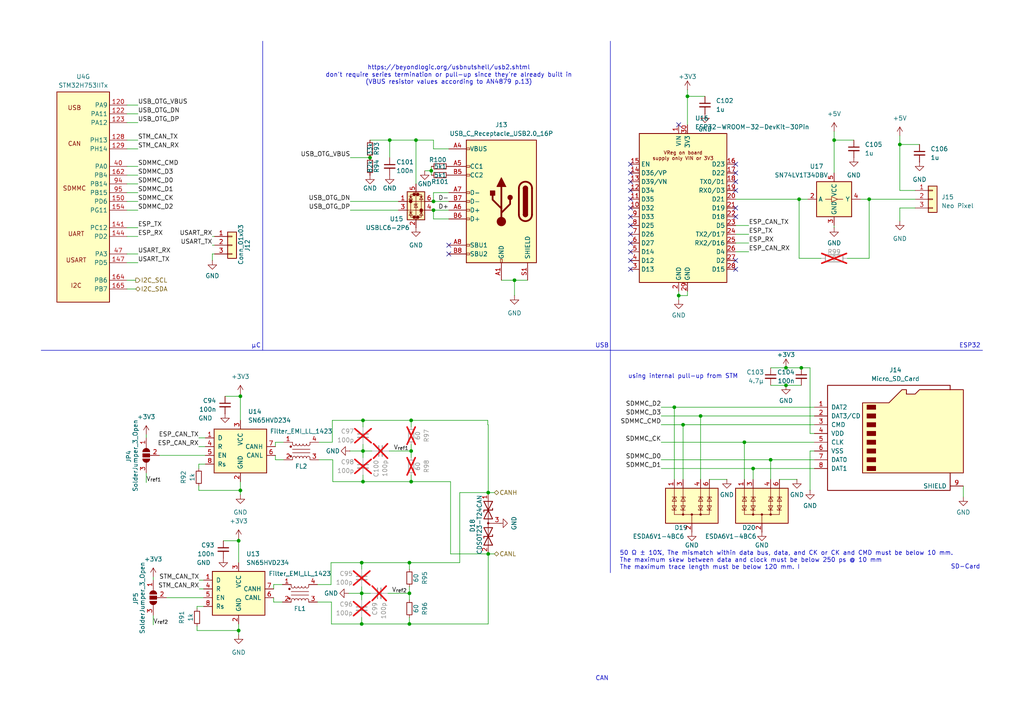
<source format=kicad_sch>
(kicad_sch
	(version 20250114)
	(generator "eeschema")
	(generator_version "9.0")
	(uuid "c61dd313-04ad-474f-9718-66b9bce07315")
	(paper "A4")
	
	(text "50 Ω ± 10%, The mismatch within data bus, data, and CK or CK and CMD must be below 10 mm.\nThe maximum skew between data and clock must be below 250 ps @ 10 mm\nThe maximum trace length must be below 120 mm. I"
		(exclude_from_sim no)
		(at 179.705 162.56 0)
		(effects
			(font
				(size 1.27 1.27)
			)
			(justify left)
		)
		(uuid "0232814d-2630-4b56-a948-0a44be293620")
	)
	(text "USB"
		(exclude_from_sim no)
		(at 174.625 100.33 0)
		(effects
			(font
				(size 1.27 1.27)
			)
		)
		(uuid "030ac795-edf5-444d-9323-762df8451be4")
	)
	(text "SD-Card"
		(exclude_from_sim no)
		(at 280.035 164.465 0)
		(effects
			(font
				(size 1.27 1.27)
			)
		)
		(uuid "05828fab-2d04-4397-b843-7a8ebdd025b6")
	)
	(text "don't require series termination or pull-up since they're already built in\n(VBUS resistor values according to AN4879 p.13)"
		(exclude_from_sim no)
		(at 130.175 22.86 0)
		(effects
			(font
				(size 1.27 1.27)
			)
		)
		(uuid "1055d774-b6a1-419a-b048-36be66eef259")
	)
	(text "µC"
		(exclude_from_sim no)
		(at 74.295 100.33 0)
		(effects
			(font
				(size 1.27 1.27)
			)
		)
		(uuid "116a24cc-e1f0-4e0d-bea5-abd9a8f91599")
	)
	(text "https://beyondlogic.org/usbnutshell/usb2.shtml"
		(exclude_from_sim no)
		(at 130.175 19.685 0)
		(effects
			(font
				(size 1.27 1.27)
			)
			(href "https://beyondlogic.org/usbnutshell/usb2.shtml")
		)
		(uuid "17aebb66-f36f-4773-91b3-aa6e98e3a3df")
	)
	(text "ESP32"
		(exclude_from_sim no)
		(at 281.305 100.33 0)
		(effects
			(font
				(size 1.27 1.27)
			)
		)
		(uuid "2f1a1088-c0ce-4de9-ae6e-34c8798ff98b")
	)
	(text "using internal pull-up from STM"
		(exclude_from_sim no)
		(at 198.12 109.22 0)
		(effects
			(font
				(size 1.27 1.27)
			)
		)
		(uuid "a2052886-6177-4247-95db-c4b735b95dd6")
	)
	(text "CAN"
		(exclude_from_sim no)
		(at 174.625 196.85 0)
		(effects
			(font
				(size 1.27 1.27)
			)
		)
		(uuid "aaa6aba1-4600-4726-ab41-4812b09f5f58")
	)
	(junction
		(at 231.775 57.785)
		(diameter 0)
		(color 0 0 0 0)
		(uuid "05cfbb34-84b8-41f9-b2c6-e5b00514da1d")
	)
	(junction
		(at 215.9 128.27)
		(diameter 0)
		(color 0 0 0 0)
		(uuid "0bbc3a19-37df-42ad-91f0-8540a0395fb7")
	)
	(junction
		(at 227.965 106.68)
		(diameter 0)
		(color 0 0 0 0)
		(uuid "18ab2d23-28e9-4932-9559-08cfc3b6ac2c")
	)
	(junction
		(at 232.41 106.68)
		(diameter 0)
		(color 0 0 0 0)
		(uuid "24fd9673-2273-4cc7-b851-95d6418ffacd")
	)
	(junction
		(at 118.745 180.975)
		(diameter 0)
		(color 0 0 0 0)
		(uuid "28a47998-b579-477b-8bd7-5184e4777d5e")
	)
	(junction
		(at 119.253 130.81)
		(diameter 0)
		(color 0 0 0 0)
		(uuid "3162dd44-bd73-462d-a1ba-3ec68e82b83a")
	)
	(junction
		(at 252.095 57.785)
		(diameter 0)
		(color 0 0 0 0)
		(uuid "318c4647-7bc1-4283-9b65-f73983dbd071")
	)
	(junction
		(at 149.225 81.28)
		(diameter 0)
		(color 0 0 0 0)
		(uuid "3c1013bf-bfba-435b-96c5-025b99d0e79f")
	)
	(junction
		(at 69.723 142.24)
		(diameter 0)
		(color 0 0 0 0)
		(uuid "3d875b4c-a7a5-4903-ad64-3ecea35d872b")
	)
	(junction
		(at 69.723 114.935)
		(diameter 0)
		(color 0 0 0 0)
		(uuid "41b0bad5-7e8d-4b02-8ba8-4522831df7e6")
	)
	(junction
		(at 107.315 45.72)
		(diameter 0)
		(color 0 0 0 0)
		(uuid "46e9cd3f-c4dc-4e06-874a-970861c8e4d0")
	)
	(junction
		(at 195.58 118.11)
		(diameter 0)
		(color 0 0 0 0)
		(uuid "483c68f8-8db5-413f-96da-d4c2dccc7777")
	)
	(junction
		(at 69.215 182.88)
		(diameter 0)
		(color 0 0 0 0)
		(uuid "4dfb8dde-4cef-4814-89d9-dc2c67abc0ea")
	)
	(junction
		(at 218.44 135.89)
		(diameter 0)
		(color 0 0 0 0)
		(uuid "50b25640-4ca4-435d-9ca2-96918ac454bf")
	)
	(junction
		(at 198.12 123.19)
		(diameter 0)
		(color 0 0 0 0)
		(uuid "52bd35f7-90f4-444f-80c2-b19c5579d427")
	)
	(junction
		(at 104.902 163.195)
		(diameter 0)
		(color 0 0 0 0)
		(uuid "53b32a67-343e-432d-9256-006aedde493b")
	)
	(junction
		(at 119.253 139.7)
		(diameter 0)
		(color 0 0 0 0)
		(uuid "6c0e76a3-6aad-4fb4-a948-d5eac4447136")
	)
	(junction
		(at 105.283 121.92)
		(diameter 0)
		(color 0 0 0 0)
		(uuid "7481ae21-ea6c-45fa-90b7-25db4fcacac0")
	)
	(junction
		(at 125.73 60.96)
		(diameter 0)
		(color 0 0 0 0)
		(uuid "76eb61ee-a5dc-435a-8704-218432069d76")
	)
	(junction
		(at 227.965 111.76)
		(diameter 0)
		(color 0 0 0 0)
		(uuid "7b77a6c7-da0a-42bd-826a-b38b72133772")
	)
	(junction
		(at 69.215 156.845)
		(diameter 0)
		(color 0 0 0 0)
		(uuid "7c2aa378-d994-4cbb-a7fd-662b6a6dbd3e")
	)
	(junction
		(at 223.52 133.35)
		(diameter 0)
		(color 0 0 0 0)
		(uuid "83a97a6e-f8be-41f0-8991-cb39de58c4f2")
	)
	(junction
		(at 199.39 27.94)
		(diameter 0)
		(color 0 0 0 0)
		(uuid "8a2ddf5a-e56d-4ddb-b3a7-3ce78fdb1ea7")
	)
	(junction
		(at 104.902 180.975)
		(diameter 0)
		(color 0 0 0 0)
		(uuid "8c902d7a-9a97-4247-a024-6511c85f57b0")
	)
	(junction
		(at 119.253 121.92)
		(diameter 0)
		(color 0 0 0 0)
		(uuid "9727df9d-30c2-4d31-a4a4-c18de4a38ffd")
	)
	(junction
		(at 141.605 160.655)
		(diameter 0)
		(color 0 0 0 0)
		(uuid "9b258187-c52a-4e59-8789-b7ac6ed5dc99")
	)
	(junction
		(at 104.902 172.085)
		(diameter 0)
		(color 0 0 0 0)
		(uuid "9cc87ece-ed33-40de-966c-51c2001dc894")
	)
	(junction
		(at 105.283 130.81)
		(diameter 0)
		(color 0 0 0 0)
		(uuid "9cdc856e-55bf-4f24-8496-a3f3c835efb4")
	)
	(junction
		(at 120.65 40.64)
		(diameter 0)
		(color 0 0 0 0)
		(uuid "9ea8c7a2-1503-4324-bc92-c95e051488ac")
	)
	(junction
		(at 141.605 142.875)
		(diameter 0)
		(color 0 0 0 0)
		(uuid "a02cb7ca-67e1-4267-9b51-48bfa47aa699")
	)
	(junction
		(at 203.2 120.65)
		(diameter 0)
		(color 0 0 0 0)
		(uuid "a030d523-f685-498c-a6ce-88394aca3cb6")
	)
	(junction
		(at 118.745 163.195)
		(diameter 0)
		(color 0 0 0 0)
		(uuid "b60abf17-3e74-47af-a488-26c720dd0b0f")
	)
	(junction
		(at 118.745 172.085)
		(diameter 0)
		(color 0 0 0 0)
		(uuid "b6c8fd7b-67f5-4777-9880-dd70ef3914a0")
	)
	(junction
		(at 196.85 85.725)
		(diameter 0)
		(color 0 0 0 0)
		(uuid "cee00a16-43e6-4734-87be-e840da75aabc")
	)
	(junction
		(at 105.283 139.7)
		(diameter 0)
		(color 0 0 0 0)
		(uuid "cf065f4e-64c6-411f-9278-3cbeff3ad8fd")
	)
	(junction
		(at 125.095 49.53)
		(diameter 0)
		(color 0 0 0 0)
		(uuid "d302f7ee-d45d-43f0-9f1f-85368a116229")
	)
	(junction
		(at 260.985 41.91)
		(diameter 0)
		(color 0 0 0 0)
		(uuid "e4280f40-0a8b-46b8-8a3f-bdc2bbc7d561")
	)
	(junction
		(at 241.935 40.64)
		(diameter 0)
		(color 0 0 0 0)
		(uuid "e66e4697-c658-4daa-8505-29693d7c6fa8")
	)
	(junction
		(at 125.73 58.42)
		(diameter 0)
		(color 0 0 0 0)
		(uuid "e8da3965-6ebf-4303-bffa-5c0b2fe16f2a")
	)
	(junction
		(at 113.03 40.64)
		(diameter 0)
		(color 0 0 0 0)
		(uuid "eef95e3a-9baf-4512-9c0f-0fb5481cc6c4")
	)
	(no_connect
		(at 182.88 73.025)
		(uuid "0f78565a-9a79-4977-842d-db81c2f3a858")
	)
	(no_connect
		(at 182.88 55.245)
		(uuid "1635493b-c0b0-4b22-91c0-dd20f89d28d6")
	)
	(no_connect
		(at 182.88 57.785)
		(uuid "2cd37b9b-1e16-4721-baaf-0f02fff9ee15")
	)
	(no_connect
		(at 213.36 47.625)
		(uuid "2e298096-7ace-418c-89a7-3d43d6bed0db")
	)
	(no_connect
		(at 182.88 60.325)
		(uuid "3bc25636-dee2-443e-8ccb-a980f456ac63")
	)
	(no_connect
		(at 182.88 50.165)
		(uuid "43d8676e-50c6-4697-acd1-a078ec396d67")
	)
	(no_connect
		(at 182.88 65.405)
		(uuid "4a7c660c-ecc7-4617-8099-7833ce97674f")
	)
	(no_connect
		(at 182.88 47.625)
		(uuid "5a25121c-a1f8-402a-a503-9b4b6773db57")
	)
	(no_connect
		(at 196.85 36.195)
		(uuid "5c9306cf-381b-4d82-8a3a-52bc964f2a36")
	)
	(no_connect
		(at 213.36 52.705)
		(uuid "5c964bdf-2ed2-4eef-b541-8ce09ccb6359")
	)
	(no_connect
		(at 182.88 78.105)
		(uuid "5cab31a6-586b-4cbb-8e74-6785a73b7287")
	)
	(no_connect
		(at 213.36 75.565)
		(uuid "627c0ac6-463b-4d74-9056-912f48f57f8c")
	)
	(no_connect
		(at 182.88 67.945)
		(uuid "662f2eb1-7541-4b5a-9b3e-348e11036abd")
	)
	(no_connect
		(at 182.88 52.705)
		(uuid "73269fd7-c364-4aef-a8b5-a2eabdfa97a8")
	)
	(no_connect
		(at 213.36 60.325)
		(uuid "797e1eed-a489-45da-8c0f-184fc597169c")
	)
	(no_connect
		(at 182.88 75.565)
		(uuid "8365a6d4-6d29-461b-904c-0324ca06fc5a")
	)
	(no_connect
		(at 182.88 62.865)
		(uuid "8ac847d1-9069-40ae-a3f2-d3aed782fb55")
	)
	(no_connect
		(at 213.36 78.105)
		(uuid "8f56c4af-52dc-4612-9881-b40f131d9649")
	)
	(no_connect
		(at 213.36 50.165)
		(uuid "b938ea39-6292-4387-8cd7-875c20a9d49a")
	)
	(no_connect
		(at 130.175 71.12)
		(uuid "d7064c93-16c6-497d-859a-7b410a29e175")
	)
	(no_connect
		(at 213.36 55.245)
		(uuid "da2de24c-d775-46ec-8771-ff0ede014a17")
	)
	(no_connect
		(at 130.175 73.66)
		(uuid "e5cfba84-9aae-4335-81b2-f9420a56298e")
	)
	(no_connect
		(at 182.88 70.485)
		(uuid "e700e196-44ff-4ef8-a8e9-38a5e666b895")
	)
	(no_connect
		(at 213.36 62.865)
		(uuid "ffc9674a-9076-447f-ba67-71a5716efeb9")
	)
	(wire
		(pts
			(xy 198.12 123.19) (xy 198.12 139.065)
		)
		(stroke
			(width 0)
			(type default)
		)
		(uuid "0126e725-cd4a-43de-a635-49074d4eee16")
	)
	(wire
		(pts
			(xy 113.03 40.64) (xy 120.65 40.64)
		)
		(stroke
			(width 0)
			(type default)
		)
		(uuid "03b6b96d-d108-4c6b-b2b6-d370d0813a07")
	)
	(wire
		(pts
			(xy 40.005 53.34) (xy 36.83 53.34)
		)
		(stroke
			(width 0)
			(type default)
		)
		(uuid "069c83cc-66af-4239-a3f2-6fc7c9797843")
	)
	(wire
		(pts
			(xy 227.965 106.68) (xy 232.41 106.68)
		)
		(stroke
			(width 0)
			(type default)
		)
		(uuid "0720b77c-06ec-4ddc-af8a-933409149d5c")
	)
	(wire
		(pts
			(xy 252.095 57.785) (xy 252.095 74.93)
		)
		(stroke
			(width 0)
			(type default)
		)
		(uuid "07821e1a-6081-4b53-af8d-3407e5dfe479")
	)
	(wire
		(pts
			(xy 96.139 174.625) (xy 96.139 180.975)
		)
		(stroke
			(width 0)
			(type default)
		)
		(uuid "07b7ef48-98f5-4f9c-8c83-e93a23111e86")
	)
	(wire
		(pts
			(xy 217.17 65.405) (xy 213.36 65.405)
		)
		(stroke
			(width 0)
			(type default)
		)
		(uuid "08072ded-74bf-4b0b-806c-19444be54a5d")
	)
	(wire
		(pts
			(xy 101.6 58.42) (xy 115.57 58.42)
		)
		(stroke
			(width 0)
			(type default)
		)
		(uuid "082fce0a-328f-4c33-b82d-f736243226bd")
	)
	(wire
		(pts
			(xy 125.095 49.53) (xy 125.095 50.8)
		)
		(stroke
			(width 0)
			(type default)
		)
		(uuid "0ea0bb12-e71d-4036-85a4-6c19fe123590")
	)
	(wire
		(pts
			(xy 79.883 133.35) (xy 79.883 132.08)
		)
		(stroke
			(width 0)
			(type default)
		)
		(uuid "0eb24822-65ba-4fcc-a791-110a601cab9c")
	)
	(wire
		(pts
			(xy 241.935 40.64) (xy 247.65 40.64)
		)
		(stroke
			(width 0)
			(type default)
		)
		(uuid "0ec11d76-de2c-47d9-b68b-71e96f39e5f7")
	)
	(wire
		(pts
			(xy 36.83 55.88) (xy 40.005 55.88)
		)
		(stroke
			(width 0)
			(type default)
		)
		(uuid "0f23c12c-ee24-49ec-857a-7c94676913f0")
	)
	(wire
		(pts
			(xy 113.03 40.64) (xy 113.03 45.72)
		)
		(stroke
			(width 0)
			(type default)
		)
		(uuid "0f360adf-082b-43ce-b071-56ba3d6d1ff9")
	)
	(wire
		(pts
			(xy 223.52 133.35) (xy 236.22 133.35)
		)
		(stroke
			(width 0)
			(type default)
		)
		(uuid "0fe1c355-612f-4426-80ff-01e842356dec")
	)
	(wire
		(pts
			(xy 199.39 27.94) (xy 199.39 36.195)
		)
		(stroke
			(width 0)
			(type default)
		)
		(uuid "11371f3a-622b-4d06-958d-0de2e3aefad4")
	)
	(wire
		(pts
			(xy 44.45 178.435) (xy 44.45 181.229)
		)
		(stroke
			(width 0)
			(type default)
		)
		(uuid "1191196b-173d-4dee-bb6d-b29a4d435163")
	)
	(wire
		(pts
			(xy 260.985 41.91) (xy 260.985 55.245)
		)
		(stroke
			(width 0)
			(type default)
		)
		(uuid "11fcf8a6-a9da-4e10-b537-040a5f04eac6")
	)
	(wire
		(pts
			(xy 92.075 169.545) (xy 96.012 169.545)
		)
		(stroke
			(width 0)
			(type default)
		)
		(uuid "1255d5b2-c80c-45ce-8562-7f9325184eb2")
	)
	(wire
		(pts
			(xy 119.253 121.92) (xy 141.478 121.92)
		)
		(stroke
			(width 0)
			(type default)
		)
		(uuid "16abee5d-4262-4bfd-ba27-099017bd3c89")
	)
	(wire
		(pts
			(xy 199.39 85.725) (xy 199.39 84.455)
		)
		(stroke
			(width 0)
			(type default)
		)
		(uuid "175d1789-0795-45ea-bebd-00c51a23ce0a")
	)
	(wire
		(pts
			(xy 191.77 133.35) (xy 223.52 133.35)
		)
		(stroke
			(width 0)
			(type default)
		)
		(uuid "1771b8ef-8c2d-4dbc-bfd3-902fd9585271")
	)
	(wire
		(pts
			(xy 61.595 73.66) (xy 61.595 75.565)
		)
		(stroke
			(width 0)
			(type default)
		)
		(uuid "1851c3fc-c833-4316-939d-3a55a4935065")
	)
	(wire
		(pts
			(xy 61.595 71.12) (xy 62.23 71.12)
		)
		(stroke
			(width 0)
			(type default)
		)
		(uuid "18ab3ef7-d310-4dfe-9bd7-87f1a836a671")
	)
	(wire
		(pts
			(xy 36.83 33.02) (xy 40.005 33.02)
		)
		(stroke
			(width 0)
			(type default)
		)
		(uuid "1b135d7b-8f10-4d19-9a19-146ba9d74198")
	)
	(wire
		(pts
			(xy 112.522 172.085) (xy 118.745 172.085)
		)
		(stroke
			(width 0)
			(type default)
		)
		(uuid "1c380b4c-4cae-4aa6-b682-a869ce94709e")
	)
	(wire
		(pts
			(xy 96.393 121.92) (xy 105.283 121.92)
		)
		(stroke
			(width 0)
			(type default)
		)
		(uuid "1c39585e-5704-44d0-a33d-b3876c68f352")
	)
	(wire
		(pts
			(xy 69.723 114.3) (xy 69.723 114.935)
		)
		(stroke
			(width 0)
			(type default)
		)
		(uuid "1e2b6175-d853-4821-ba74-1f24382ec349")
	)
	(wire
		(pts
			(xy 105.283 121.92) (xy 119.253 121.92)
		)
		(stroke
			(width 0)
			(type default)
		)
		(uuid "1ecee70f-1b0e-4963-98bb-53f91fcf7497")
	)
	(wire
		(pts
			(xy 118.745 170.18) (xy 118.745 172.085)
		)
		(stroke
			(width 0)
			(type default)
		)
		(uuid "216a5d0c-6bc2-4d57-bfc1-a0137443fd45")
	)
	(wire
		(pts
			(xy 125.73 55.88) (xy 130.175 55.88)
		)
		(stroke
			(width 0)
			(type default)
		)
		(uuid "21acc590-ee7c-4d1e-8e1e-92f9f843d3c0")
	)
	(wire
		(pts
			(xy 36.83 60.96) (xy 40.005 60.96)
		)
		(stroke
			(width 0)
			(type default)
		)
		(uuid "2201ad5c-2ea0-4a84-9169-84f97ac3d850")
	)
	(wire
		(pts
			(xy 125.73 60.96) (xy 130.175 60.96)
		)
		(stroke
			(width 0)
			(type default)
		)
		(uuid "23e71670-b058-4e01-a066-4bf14b43a603")
	)
	(wire
		(pts
			(xy 118.745 172.085) (xy 118.745 173.99)
		)
		(stroke
			(width 0)
			(type default)
		)
		(uuid "25fcae18-2fce-4a2e-b99e-14db92c22b5a")
	)
	(wire
		(pts
			(xy 133.35 142.875) (xy 141.605 142.875)
		)
		(stroke
			(width 0)
			(type default)
		)
		(uuid "27d7ae8c-7eae-4f28-bd8f-3df57c79cc78")
	)
	(wire
		(pts
			(xy 217.17 73.025) (xy 213.36 73.025)
		)
		(stroke
			(width 0)
			(type default)
		)
		(uuid "29423af5-f664-45ad-bb1e-0735e38873c2")
	)
	(wire
		(pts
			(xy 118.745 163.195) (xy 133.35 163.195)
		)
		(stroke
			(width 0)
			(type default)
		)
		(uuid "2d763691-facb-4f15-9e9f-59c2b2d09226")
	)
	(wire
		(pts
			(xy 40.005 30.48) (xy 36.83 30.48)
		)
		(stroke
			(width 0)
			(type default)
		)
		(uuid "2e6d5f7d-e2c5-4fff-9ab8-ff9e5059fed6")
	)
	(wire
		(pts
			(xy 238.125 74.93) (xy 231.775 74.93)
		)
		(stroke
			(width 0)
			(type default)
		)
		(uuid "2fa12003-ea95-4a7e-a7b4-8f6dd8428bb3")
	)
	(wire
		(pts
			(xy 44.45 167.259) (xy 44.45 168.275)
		)
		(stroke
			(width 0)
			(type default)
		)
		(uuid "2fe633c0-4d3d-40d2-b66e-9c920b1c7a86")
	)
	(wire
		(pts
			(xy 218.44 139.065) (xy 218.44 135.89)
		)
		(stroke
			(width 0)
			(type default)
		)
		(uuid "3173a2ad-906e-47f8-a364-fc370f3c628a")
	)
	(wire
		(pts
			(xy 145.415 151.765) (xy 144.653 151.765)
		)
		(stroke
			(width 0)
			(type default)
		)
		(uuid "31a4bbdf-559b-4207-a858-901d74817d56")
	)
	(wire
		(pts
			(xy 65.278 114.935) (xy 69.723 114.935)
		)
		(stroke
			(width 0)
			(type default)
		)
		(uuid "32faf47c-e64c-44b4-9d62-4d28d8d4153b")
	)
	(polyline
		(pts
			(xy 11.938 101.6) (xy 284.988 101.6)
		)
		(stroke
			(width 0)
			(type default)
		)
		(uuid "3585df17-1500-4acf-8047-979ff4b5fedc")
	)
	(wire
		(pts
			(xy 69.215 182.88) (xy 69.215 184.15)
		)
		(stroke
			(width 0)
			(type default)
		)
		(uuid "364b407f-3b1e-4c62-9eb8-d29a94c13635")
	)
	(wire
		(pts
			(xy 130.683 160.655) (xy 130.683 139.7)
		)
		(stroke
			(width 0)
			(type default)
		)
		(uuid "37424b4b-71c8-41c4-b362-ea3007ee2cc4")
	)
	(wire
		(pts
			(xy 231.775 74.93) (xy 231.775 57.785)
		)
		(stroke
			(width 0)
			(type default)
		)
		(uuid "393f9b29-c1fb-4477-8410-888c1c775882")
	)
	(wire
		(pts
			(xy 241.935 38.1) (xy 241.935 40.64)
		)
		(stroke
			(width 0)
			(type default)
		)
		(uuid "395ffaba-dbfc-4c84-b3a1-2617223e9f3e")
	)
	(wire
		(pts
			(xy 96.52 133.35) (xy 96.52 139.7)
		)
		(stroke
			(width 0)
			(type default)
		)
		(uuid "3b6bddeb-5651-4db5-98b2-9b6f3f702707")
	)
	(wire
		(pts
			(xy 101.6 45.72) (xy 107.315 45.72)
		)
		(stroke
			(width 0)
			(type default)
		)
		(uuid "3d2cc28f-a815-44ff-b579-98f1bafc55ff")
	)
	(wire
		(pts
			(xy 236.22 125.73) (xy 234.95 125.73)
		)
		(stroke
			(width 0)
			(type default)
		)
		(uuid "3d36dc6e-fb6c-4d22-b425-43462a3be059")
	)
	(wire
		(pts
			(xy 36.83 73.66) (xy 40.005 73.66)
		)
		(stroke
			(width 0)
			(type default)
		)
		(uuid "3e2111f4-1096-49ea-babe-955e0bcbceb6")
	)
	(wire
		(pts
			(xy 119.253 128.905) (xy 119.253 130.81)
		)
		(stroke
			(width 0)
			(type default)
		)
		(uuid "418d6449-7d54-435c-9348-9ebcc667fba1")
	)
	(wire
		(pts
			(xy 149.225 81.28) (xy 145.415 81.28)
		)
		(stroke
			(width 0)
			(type default)
		)
		(uuid "43eb60ad-a089-43b3-8c73-3cd2d4334140")
	)
	(wire
		(pts
			(xy 226.06 139.065) (xy 231.14 139.065)
		)
		(stroke
			(width 0)
			(type default)
		)
		(uuid "4509c7f5-35ec-4bd1-89e7-1a05d5b53aa2")
	)
	(wire
		(pts
			(xy 125.73 58.42) (xy 125.73 55.88)
		)
		(stroke
			(width 0)
			(type default)
		)
		(uuid "4991bdca-b170-43ed-84ef-9caf2ab85aec")
	)
	(wire
		(pts
			(xy 118.745 179.07) (xy 118.745 180.975)
		)
		(stroke
			(width 0)
			(type default)
		)
		(uuid "4abd7593-788c-4faf-8edb-6bf231a57d07")
	)
	(wire
		(pts
			(xy 61.595 68.58) (xy 62.23 68.58)
		)
		(stroke
			(width 0)
			(type default)
		)
		(uuid "4c385e60-1b83-4735-8d87-273cadd39ee9")
	)
	(wire
		(pts
			(xy 120.65 40.64) (xy 125.73 40.64)
		)
		(stroke
			(width 0)
			(type default)
		)
		(uuid "4c4a7a36-80ee-4595-b311-1291392bf06c")
	)
	(wire
		(pts
			(xy 231.775 57.785) (xy 234.315 57.785)
		)
		(stroke
			(width 0)
			(type default)
		)
		(uuid "4dc32d7f-3ff8-43a5-afb9-2f4908b6a181")
	)
	(wire
		(pts
			(xy 141.605 160.655) (xy 141.605 180.975)
		)
		(stroke
			(width 0)
			(type default)
		)
		(uuid "4f3190e5-1fec-4c20-8c78-bb72eed0982d")
	)
	(wire
		(pts
			(xy 260.985 55.245) (xy 265.43 55.245)
		)
		(stroke
			(width 0)
			(type default)
		)
		(uuid "4f4d3fff-85b9-4083-bd46-2b914ab4a849")
	)
	(wire
		(pts
			(xy 223.52 133.35) (xy 223.52 139.065)
		)
		(stroke
			(width 0)
			(type default)
		)
		(uuid "4ff43a78-6f92-4a7c-8cfb-ed39be066f5a")
	)
	(wire
		(pts
			(xy 234.95 130.81) (xy 234.95 142.24)
		)
		(stroke
			(width 0)
			(type default)
		)
		(uuid "5121f087-75a7-4517-bf80-93142898bd7b")
	)
	(wire
		(pts
			(xy 223.52 111.76) (xy 227.965 111.76)
		)
		(stroke
			(width 0)
			(type default)
		)
		(uuid "551574cf-3580-4b1f-8680-a14f6beb8bdd")
	)
	(wire
		(pts
			(xy 79.883 128.27) (xy 82.296 128.27)
		)
		(stroke
			(width 0)
			(type default)
		)
		(uuid "569600ce-4916-426c-ad6a-43656f889c21")
	)
	(wire
		(pts
			(xy 69.215 156.21) (xy 69.215 156.845)
		)
		(stroke
			(width 0)
			(type default)
		)
		(uuid "573d52d7-2912-42f7-a32c-98f9437fcfb4")
	)
	(wire
		(pts
			(xy 57.785 168.275) (xy 59.055 168.275)
		)
		(stroke
			(width 0)
			(type default)
		)
		(uuid "58a5b0f4-7372-4ed6-b2ff-21c9fc14c383")
	)
	(wire
		(pts
			(xy 191.77 135.89) (xy 218.44 135.89)
		)
		(stroke
			(width 0)
			(typ
... [134409 chars truncated]
</source>
